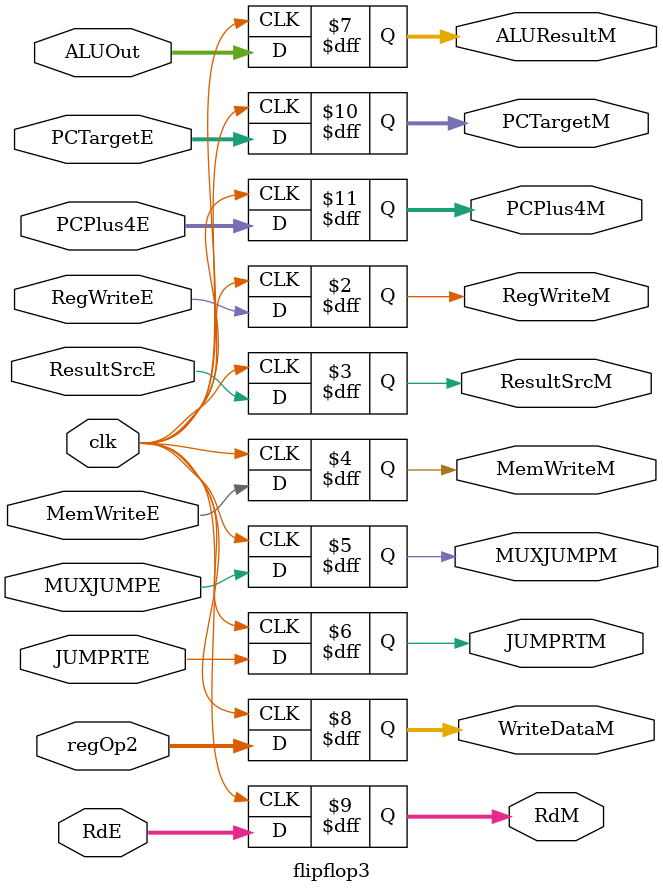
<source format=sv>
module flipflop3 #(
    parameter ADDRESS_WIDTH = 32,
              DATA_WIDTH = 32
)(
    input logic         clk,
    //remaining inputs
    input logic [DATA_WIDTH-1:0]        ALUOut,
    input logic [DATA_WIDTH-1:0]        regOp2, //writeDataE in diagram
    input logic [4:0]        RdE,
    input logic [DATA_WIDTH-1:0]        PCTargetE,
    input logic [DATA_WIDTH-1:0]        PCPlus4E,
    //control signal inputs
    input logic         RegWriteE,
    input logic         ResultSrcE,
    input logic         MemWriteE,
    input logic         MUXJUMPE,
    input logic         JUMPRTE,
    //control signal outputs
    output logic        RegWriteM,
    output logic        ResultSrcM,
    output logic        MemWriteM,
    output logic        MUXJUMPM,
    output logic        JUMPRTM,
    //remaining outputs
    output logic [DATA_WIDTH-1:0]       ALUResultM,
    output logic [DATA_WIDTH-1:0]       WriteDataM,
    output logic [4:0]      RdM,
    output logic [DATA_WIDTH-1:0]      PCTargetM,
    output logic [DATA_WIDTH-1:0]       PCPlus4M
);

always_ff @(posedge clk)
    begin
        RegWriteM <= RegWriteE;
        ResultSrcM <= ResultSrcE;
        MemWriteM <= MemWriteE;
        MUXJUMPM <= MUXJUMPE;
        JUMPRTM <= JUMPRTE;
        ALUResultM <= ALUOut;
        WriteDataM <= regOp2;
        RdM <= RdE;
        PCTargetM <= PCTargetE;
        PCPlus4M <= PCPlus4E;
    end
endmodule

</source>
